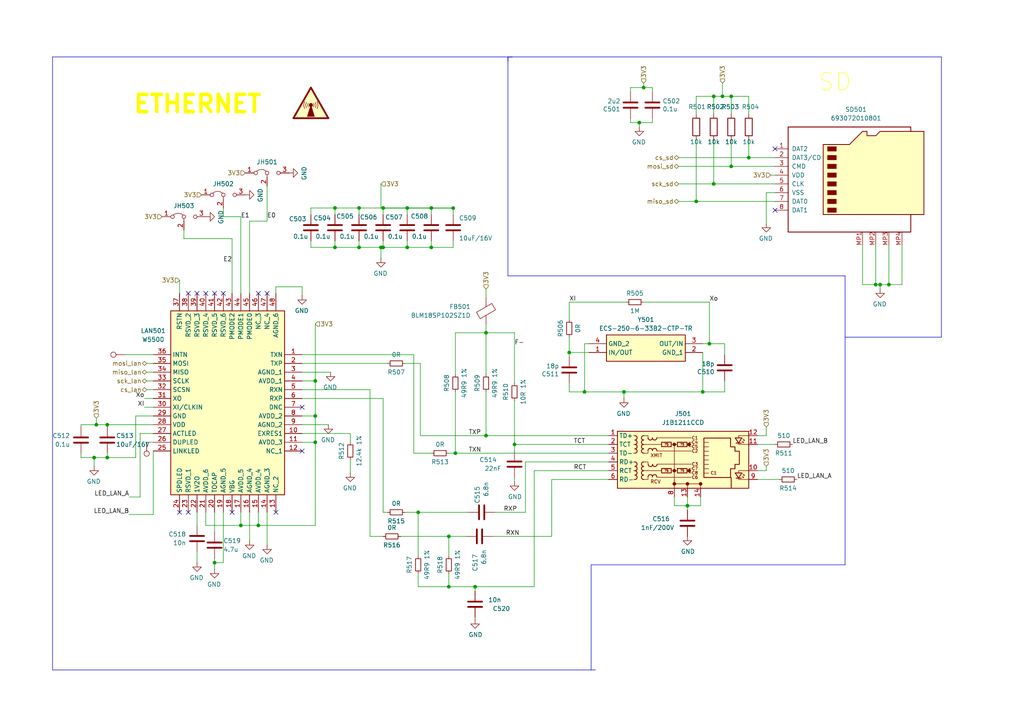
<source format=kicad_sch>
(kicad_sch (version 20231120) (generator "eeschema") (generator_version "8.0")
  (paper "A4")
  (lib_symbols
    (symbol "SymbolsBalloonv4:C" (pin_numbers hide) (pin_names (offset 0.254))
      (property "Reference" "C" (at 0.635 2.54 0))
      (property "Value" "C" (at 0.635 -2.54 0))
      (symbol "C_1_1"
        (pin passive line (at 0 3.81 270) (length 2.794) (name "~") (number "1"))
        (pin passive line (at 0 -3.81 90) (length 2.794) (name "~") (number "2"))
      )
    )
    (symbol "SymbolsBalloonv4:ECS-250-6-33B2-CTP-TR"
      (property "Reference" "Y" (at 29.21 7.62 0))
      (property "Value" "ECS-250-6-33B2-CTP-TR" (at 29.21 5.08 0))
      (symbol "ECS-250-6-33B2-CTP-TR_1_1"
        (pin passive line (at 0 -2.54 0) (length 5.08) (name "IN/OUT") (number "1"))
        (pin passive line (at 33.02 -2.54 180) (length 5.08) (name "GND_1") (number "2"))
        (pin passive line (at 33.02 0 180) (length 5.08) (name "OUT/IN") (number "3"))
        (pin passive line (at 0 0 0) (length 5.08) (name "GND_2") (number "4"))
      )
    )
    (symbol "SymbolsBalloonv4:FerriteBead" (pin_numbers hide) (pin_names (offset 0))
      (property "Reference" "FB" (at -3.81 0.635 90))
      (property "Value" "FerriteBead" (at 3.81 0 90))
      (symbol "FerriteBead_1_1"
        (pin passive line (at 0 3.81 270) (length 2.54) (name "~") (number "1"))
        (pin passive line (at 0 -3.81 90) (length 2.54) (name "~") (number "2"))
      )
    )
    (symbol "SymbolsBalloonv4:GND" (power) (pin_numbers hide) (pin_names (offset 0) hide)
      (property "Value" "GND" (at 0 -3.81 0))
      (symbol "GND_1_1"
        (pin power_in line (at 0 0 270) (length 0) (name "~") (number "1"))
      )
    )
    (symbol "SymbolsBalloonv4:Jumper_3_Bridged12" (pin_names (offset 0) hide)
      (property "Reference" "JP" (at -2.54 -2.54 0))
      (property "Value" "Jumper_3_Bridged12" (at 0 2.794 0))
      (symbol "Jumper_3_Bridged12_1_1"
        (pin passive line (at -6.35 0 0) (length 2.54) (name "A") (number "1"))
        (pin passive line (at 0 -3.81 90) (length 2.54) (name "C") (number "2"))
        (pin passive line (at 6.35 0 180) (length 2.54) (name "B") (number "3"))
      )
    )
    (symbol "SymbolsBalloonv4:Micro_SD_Card" (pin_names (offset 1.016))
      (property "Reference" "J5" (at 0.635 19.05 0))
      (property "Value" "Micro_SD_Card" (at 0.635 16.51 0))
      (symbol "Micro_SD_Card_1_1"
        (pin bidirectional line (at -22.86 7.62 0) (length 3.81) (name "DAT2") (number "1"))
        (pin bidirectional line (at -22.86 5.08 0) (length 3.81) (name "DAT3/CD") (number "2"))
        (pin input line (at -22.86 2.54 0) (length 3.81) (name "CMD") (number "3"))
        (pin power_in line (at -22.86 0 0) (length 3.81) (name "VDD") (number "4"))
        (pin input line (at -22.86 -2.54 0) (length 3.81) (name "CLK") (number "5"))
        (pin power_in line (at -22.86 -5.08 0) (length 3.81) (name "VSS") (number "6"))
        (pin bidirectional line (at -22.86 -7.62 0) (length 3.81) (name "DAT0") (number "7"))
        (pin bidirectional line (at -22.86 -10.16 0) (length 3.81) (name "DAT1") (number "8"))
        (pin passive line (at 2.54 -20.32 90) (length 3.81) (name "") (number "MP1"))
        (pin passive line (at 6.35 -20.32 90) (length 3.81) (name "") (number "MP2"))
        (pin passive line (at 10.16 -20.32 90) (length 3.81) (name "") (number "MP3"))
        (pin passive line (at 13.97 -20.32 90) (length 3.81) (name "") (number "MP4"))
      )
    )
    (symbol "SymbolsBalloonv4:R" (pin_numbers hide) (pin_names (offset 0))
      (property "Reference" "R" (at 2.032 0 90))
      (property "Value" "R" (at 0 0 90))
      (symbol "R_1_1"
        (pin passive line (at 0 3.81 270) (length 1.27) (name "~") (number "1"))
        (pin passive line (at 0 -3.81 90) (length 1.27) (name "~") (number "2"))
      )
    )
    (symbol "SymbolsBalloonv4:RJ45_Wuerth_7499010121A"
      (property "Reference" "J6" (at 1.27 13.97 0))
      (property "Value" "RJ45_Wuerth_7499010121A" (at 1.27 11.43 0))
      (symbol "RJ45_Wuerth_7499010121A_0_0"
        (text "C1" (at 4.699 6.985 0) (effects (font (size 0.889 0.889))))
        (text "C1" (at 10.16 -3.175 0) (effects (font (size 0.889 0.889))))
        (text "C2" (at 4.699 3.175 0) (effects (font (size 0.889 0.889))))
        (text "C3" (at 4.699 -0.635 0) (effects (font (size 0.889 0.889))))
        (text "C4" (at 4.699 5.715 0) (effects (font (size 0.889 0.889))))
        (text "C5" (at 4.699 4.445 0) (effects (font (size 0.889 0.889))))
        (text "C6" (at 4.699 -4.445 0) (effects (font (size 0.889 0.889))))
        (text "C7" (at 4.699 -1.905 0) (effects (font (size 0.889 0.889))))
        (text "C8" (at 4.699 -3.175 0) (effects (font (size 0.889 0.889))))
        (text "RCV" (at -8.255 -5.715 0) (effects (font (size 1.016 1.016)) (justify left)))
        (text "XMIT" (at -8.255 1.905 0) (effects (font (size 1.016 1.016)) (justify left)))
      )
      (symbol "RJ45_Wuerth_7499010121A_1_1"
        (text "75" (at -3.556 -2.54 0) (effects (font (size 0.635 0.635))))
        (text "75" (at -3.556 5.08 0) (effects (font (size 0.635 0.635))))
        (text "75" (at 1.016 -2.54 0) (effects (font (size 0.635 0.635))))
        (text "75" (at 1.016 5.08 0) (effects (font (size 0.635 0.635))))
        (pin passive line (at -20.32 7.62 0) (length 2.54) (name "TD+") (number "1"))
        (pin passive line (at 22.86 -2.54 180) (length 2.54) (name "") (number "10"))
        (pin passive line (at 22.86 5.08 180) (length 2.54) (name "") (number "11"))
        (pin passive line (at 22.86 7.62 180) (length 2.54) (name "") (number "12"))
        (pin output line (at 2.54 -10.16 90) (length 2.54) (name "") (number "13"))
        (pin output line (at 6.35 -10.16 90) (length 2.54) (name "") (number "14"))
        (pin passive line (at -20.32 5.08 0) (length 2.54) (name "TCT") (number "2"))
        (pin passive line (at -20.32 2.54 0) (length 2.54) (name "TD-") (number "3"))
        (pin passive line (at -20.32 0 0) (length 2.54) (name "RD+") (number "4"))
        (pin passive line (at -20.32 -2.54 0) (length 2.54) (name "RCT") (number "5"))
        (pin passive line (at -20.32 -5.08 0) (length 2.54) (name "RD-") (number "6"))
        (pin no_connect line (at 20.32 0 0) (length 0) hide (name "NC") (number "7"))
        (pin output line (at -1.27 -10.16 90) (length 2.54) (name "") (number "8"))
        (pin passive line (at 22.86 -5.08 180) (length 2.54) (name "") (number "9"))
      )
    )
    (symbol "SymbolsBalloonv4:R_Small" (pin_numbers hide) (pin_names (offset 0.254) hide)
      (property "Reference" "R" (at 0.762 0.508 0))
      (property "Value" "R_Small" (at 0.762 -1.016 0))
      (symbol "R_Small_1_1"
        (pin passive line (at 0 2.54 270) (length 0.762) (name "~") (number "1"))
        (pin passive line (at 0 -2.54 90) (length 0.762) (name "~") (number "2"))
      )
    )
    (symbol "SymbolsBalloonv4:SYM_Radio_Waves_Large" (in_bom no) (on_board no))
    (symbol "SymbolsBalloonv4:TestPoint" (pin_numbers hide) (pin_names (offset 0.762) hide)
      (property "Reference" "TP" (at 0 6.858 0))
      (property "Value" "TestPoint" (at 0 5.08 0))
      (symbol "TestPoint_1_1"
        (pin passive line (at 0 0 90) (length 2.54) (name "1") (number "1"))
      )
    )
    (symbol "SymbolsBalloonv4:W5500"
      (property "Reference" "IC" (at 39.37 17.78 0))
      (property "Value" "W5500" (at 39.37 15.24 0))
      (symbol "W5500_1_1"
        (pin passive line (at 0 0 0) (length 5.08) (name "TXN") (number "1"))
        (pin passive line (at 0 -22.86 0) (length 5.08) (name "EXRES1") (number "10"))
        (pin passive line (at 0 -25.4 0) (length 5.08) (name "AVDD_3") (number "11"))
        (pin passive line (at 0 -27.94 0) (length 5.08) (name "NC_1") (number "12"))
        (pin passive line (at 7.62 -45.72 90) (length 5.08) (name "NC_2") (number "13"))
        (pin passive line (at 10.16 -45.72 90) (length 5.08) (name "AGND_3") (number "14"))
        (pin passive line (at 12.7 -45.72 90) (length 5.08) (name "AVDD_4") (number "15"))
        (pin passive line (at 15.24 -45.72 90) (length 5.08) (name "AGND_4") (number "16"))
        (pin passive line (at 17.78 -45.72 90) (length 5.08) (name "AVDD_5") (number "17"))
        (pin passive line (at 20.32 -45.72 90) (length 5.08) (name "VBG") (number "18"))
        (pin passive line (at 22.86 -45.72 90) (length 5.08) (name "AGND_5") (number "19"))
        (pin passive line (at 0 -2.54 0) (length 5.08) (name "TXP") (number "2"))
        (pin passive line (at 25.4 -45.72 90) (length 5.08) (name "TOCAP") (number "20"))
        (pin passive line (at 27.94 -45.72 90) (length 5.08) (name "AVDD_6") (number "21"))
        (pin passive line (at 30.48 -45.72 90) (length 5.08) (name "1V2O") (number "22"))
        (pin passive line (at 33.02 -45.72 90) (length 5.08) (name "RSVD_1") (number "23"))
        (pin passive line (at 35.56 -45.72 90) (length 5.08) (name "SPDLED") (number "24"))
        (pin passive line (at 43.18 -27.94 180) (length 5.08) (name "LINKLED") (number "25"))
        (pin passive line (at 43.18 -25.4 180) (length 5.08) (name "DUPLED") (number "26"))
        (pin passive line (at 43.18 -22.86 180) (length 5.08) (name "ACTLED") (number "27"))
        (pin passive line (at 43.18 -20.32 180) (length 5.08) (name "VDD") (number "28"))
        (pin passive line (at 43.18 -17.78 180) (length 5.08) (name "GND") (number "29"))
        (pin passive line (at 0 -5.08 0) (length 5.08) (name "AGND_1") (number "3"))
        (pin passive line (at 43.18 -15.24 180) (length 5.08) (name "XI/CLKIN") (number "30"))
        (pin passive line (at 43.18 -12.7 180) (length 5.08) (name "XO") (number "31"))
        (pin passive line (at 43.18 -10.16 180) (length 5.08) (name "SCSN") (number "32"))
        (pin passive line (at 43.18 -7.62 180) (length 5.08) (name "SCLK") (number "33"))
        (pin passive line (at 43.18 -5.08 180) (length 5.08) (name "MISO") (number "34"))
        (pin passive line (at 43.18 -2.54 180) (length 5.08) (name "MOSI") (number "35"))
        (pin passive line (at 43.18 0 180) (length 5.08) (name "INTN") (number "36"))
        (pin passive line (at 35.56 17.78 270) (length 5.08) (name "RSTN") (number "37"))
        (pin passive line (at 33.02 17.78 270) (length 5.08) (name "RSVD_2") (number "38"))
        (pin passive line (at 30.48 17.78 270) (length 5.08) (name "RSVD_3") (number "39"))
        (pin passive line (at 0 -7.62 0) (length 5.08) (name "AVDD_1") (number "4"))
        (pin passive line (at 27.94 17.78 270) (length 5.08) (name "RSVD_4") (number "40"))
        (pin passive line (at 25.4 17.78 270) (length 5.08) (name "RSVD_5") (number "41"))
        (pin passive line (at 22.86 17.78 270) (length 5.08) (name "RSVD_6") (number "42"))
        (pin passive line (at 20.32 17.78 270) (length 5.08) (name "PMODE2") (number "43"))
        (pin passive line (at 17.78 17.78 270) (length 5.08) (name "PMODE1") (number "44"))
        (pin passive line (at 15.24 17.78 270) (length 5.08) (name "PMODE0") (number "45"))
        (pin passive line (at 12.7 17.78 270) (length 5.08) (name "NC_3") (number "46"))
        (pin passive line (at 10.16 17.78 270) (length 5.08) (name "NC_4") (number "47"))
        (pin passive line (at 7.62 17.78 270) (length 5.08) (name "AGND_6") (number "48"))
        (pin passive line (at 0 -10.16 0) (length 5.08) (name "RXN") (number "5"))
        (pin passive line (at 0 -12.7 0) (length 5.08) (name "RXP") (number "6"))
        (pin passive line (at 0 -15.24 0) (length 5.08) (name "DNC") (number "7"))
        (pin passive line (at 0 -17.78 0) (length 5.08) (name "AVDD_2") (number "8"))
        (pin passive line (at 0 -20.32 0) (length 5.08) (name "AGND_2") (number "9"))
      )
    )
  )
  (junction (at 27.94 123.19))
  (junction (at 255.27 82.55))
  (junction (at 118.11 60.325))
  (junction (at 104.14 71.755))
  (junction (at 257.81 82.55))
  (junction (at 199.39 146.685))
  (junction (at 62.23 163.195))
  (junction (at 140.97 126.365))
  (junction (at 205.74 99.695))
  (junction (at 104.14 60.325))
  (junction (at 132.08 131.445))
  (junction (at 69.85 152.4))
  (junction (at 207.01 53.34))
  (junction (at 31.115 123.19))
  (junction (at 118.11 71.755))
  (junction (at 201.93 58.42))
  (junction (at 125.095 60.325))
  (junction (at 97.155 60.325))
  (junction (at 131.445 60.3569))
  (junction (at 125.095 71.755))
  (junction (at 217.17 45.72))
  (junction (at 169.545 113.665))
  (junction (at 91.44 110.49))
  (junction (at 91.44 120.65))
  (junction (at 111.125 60.325))
  (junction (at 130.175 170.18))
  (junction (at 212.09 48.26))
  (junction (at 212.09 27.94))
  (junction (at 91.44 128.27))
  (junction (at 111.125 71.755))
  (junction (at 137.795 170.18))
  (junction (at 130.175 155.575))
  (junction (at 97.155 71.755))
  (junction (at 203.835 113.665))
  (junction (at 31.115 132.715))
  (junction (at 254 82.55))
  (junction (at 149.225 128.905))
  (junction (at 185.42 35.56))
  (junction (at 110.49 71.755))
  (junction (at 74.93 152.4))
  (junction (at 121.285 148.59))
  (junction (at 27.305 132.715))
  (junction (at 165.1 102.235))
  (junction (at 207.01 27.94))
  (junction (at 180.975 113.665))
  (junction (at 186.69 25.4))
  (junction (at 209.55 27.94))
  (junction (at 140.97 96.52))
  (no_connect (at 74.93 85.09))
  (no_connect (at 54.61 85.09))
  (no_connect (at 67.31 148.59))
  (no_connect (at 87.63 130.81))
  (no_connect (at 224.79 60.96))
  (no_connect (at 64.77 85.09))
  (no_connect (at 52.07 148.59))
  (no_connect (at 224.79 43.18))
  (no_connect (at 62.23 85.09))
  (no_connect (at 87.63 118.11))
  (no_connect (at 77.47 85.09))
  (no_connect (at 54.61 148.59))
  (no_connect (at 57.15 85.09))
  (no_connect (at 80.01 148.59))
  (no_connect (at 59.69 85.09))
  (wire (pts (xy 101.6 133.35) (xy 101.6 137.16)))
  (wire (pts (xy 64.77 62.865) (xy 64.77 60.325)))
  (wire (pts (xy 212.09 33.02) (xy 212.09 27.94)))
  (wire (pts (xy 165.1 103.505) (xy 165.1 102.235)))
  (wire (pts (xy 257.81 71.12) (xy 257.81 82.55)))
  (wire (pts (xy 69.85 152.4) (xy 74.93 152.4)))
  (wire (pts (xy 210.185 99.695) (xy 205.74 99.695)))
  (wire (pts (xy 169.545 99.695) (xy 169.545 113.665)))
  (wire (pts (xy 104.14 71.755) (xy 110.49 71.755)))
  (wire (pts (xy 72.39 64.135) (xy 77.47 64.135)))
  (wire (pts (xy 140.97 96.52) (xy 140.97 108.585)))
  (wire (pts (xy 23.495 131.445) (xy 23.495 132.715)))
  (wire (pts (xy 125.095 71.755) (xy 131.445 71.755)))
  (wire (pts (xy 107.315 113.03) (xy 107.315 155.575)))
  (wire (pts (xy 186.69 87.63) (xy 205.74 87.63)))
  (wire (pts (xy 223.52 50.8) (xy 224.79 50.8)))
  (wire (pts (xy 222.25 135.255) (xy 222.25 136.525)))
  (wire (pts (xy 31.115 123.19) (xy 27.94 123.19)))
  (wire (pts (xy 149.225 116.205) (xy 149.225 128.905)))
  (wire (pts (xy 195.58 144.145) (xy 195.58 146.685)))
  (wire (pts (xy 110.49 60.3569) (xy 131.445 60.3569)))
  (wire (pts (xy 130.175 155.575) (xy 135.255 155.575)))
  (wire (pts (xy 189.23 25.4) (xy 186.69 25.4)))
  (wire (pts (xy 165.1 111.125) (xy 165.1 113.665)))
  (polyline (pts (xy 15.24 16.51) (xy 15.24 194.31)))
  (wire (pts (xy 97.155 69.85) (xy 97.155 71.755)))
  (wire (pts (xy 67.31 69.215) (xy 67.31 85.09)))
  (wire (pts (xy 222.25 123.825) (xy 222.25 126.365)))
  (wire (pts (xy 209.55 27.94) (xy 209.55 24.13)))
  (wire (pts (xy 165.1 87.63) (xy 181.61 87.63)))
  (wire (pts (xy 72.39 148.59) (xy 72.39 156.845)))
  (wire (pts (xy 201.93 27.94) (xy 201.93 33.02)))
  (wire (pts (xy 111.125 69.85) (xy 111.125 71.755)))
  (wire (pts (xy 203.835 113.665) (xy 203.835 102.235)))
  (wire (pts (xy 217.17 40.64) (xy 217.17 45.72)))
  (wire (pts (xy 131.445 62.23) (xy 131.445 60.3569)))
  (wire (pts (xy 53.34 69.215) (xy 67.31 69.215)))
  (wire (pts (xy 59.69 148.59) (xy 59.69 152.4)))
  (wire (pts (xy 207.01 40.64) (xy 207.01 53.34)))
  (wire (pts (xy 87.63 110.49) (xy 91.44 110.49)))
  (wire (pts (xy 255.27 83.82) (xy 255.27 82.55)))
  (wire (pts (xy 57.15 163.195) (xy 57.15 160.02)))
  (wire (pts (xy 57.15 148.59) (xy 57.15 152.4)))
  (wire (pts (xy 121.285 166.37) (xy 121.285 170.18)))
  (wire (pts (xy 132.08 108.585) (xy 132.08 96.52)))
  (wire (pts (xy 201.93 58.42) (xy 196.85 58.42)))
  (wire (pts (xy 186.69 24.13) (xy 186.69 25.4)))
  (wire (pts (xy 59.69 152.4) (xy 69.85 152.4)))
  (wire (pts (xy 149.225 128.905) (xy 176.53 128.905)))
  (wire (pts (xy 199.39 147.955) (xy 199.39 146.685)))
  (wire (pts (xy 91.44 128.27) (xy 91.44 152.4)))
  (wire (pts (xy 91.44 120.65) (xy 91.44 128.27)))
  (wire (pts (xy 80.01 83.185) (xy 80.01 85.09)))
  (wire (pts (xy 140.97 113.665) (xy 140.97 126.365)))
  (wire (pts (xy 257.81 82.55) (xy 261.62 82.55)))
  (wire (pts (xy 77.47 64.135) (xy 77.47 53.975)))
  (wire (pts (xy 62.23 148.59) (xy 62.23 154.305)))
  (wire (pts (xy 217.17 45.72) (xy 224.79 45.72)))
  (wire (pts (xy 189.23 35.56) (xy 189.23 34.29)))
  (wire (pts (xy 104.14 62.23) (xy 104.14 60.325)))
  (wire (pts (xy 74.93 148.59) (xy 74.93 152.4)))
  (wire (pts (xy 121.285 161.29) (xy 121.285 148.59)))
  (wire (pts (xy 222.25 136.525) (xy 219.71 136.525)))
  (wire (pts (xy 72.39 85.09) (xy 72.39 64.135)))
  (wire (pts (xy 185.42 35.56) (xy 182.88 35.56)))
  (wire (pts (xy 87.63 105.41) (xy 112.395 105.41)))
  (wire (pts (xy 41.91 118.11) (xy 44.45 118.11)))
  (wire (pts (xy 44.45 130.81) (xy 44.45 149.225)))
  (wire (pts (xy 121.92 105.41) (xy 121.92 126.365)))
  (wire (pts (xy 130.175 155.575) (xy 130.175 161.29)))
  (wire (pts (xy 97.155 71.755) (xy 90.17 71.755)))
  (wire (pts (xy 165.1 97.79) (xy 165.1 102.235)))
  (wire (pts (xy 62.23 161.925) (xy 62.23 163.195)))
  (wire (pts (xy 196.85 53.34) (xy 207.01 53.34)))
  (wire (pts (xy 137.795 179.705) (xy 137.795 179.07)))
  (wire (pts (xy 196.85 48.26) (xy 212.09 48.26)))
  (wire (pts (xy 185.42 36.83) (xy 185.42 35.56)))
  (wire (pts (xy 110.49 71.755) (xy 111.125 71.755)))
  (wire (pts (xy 255.27 82.55) (xy 257.81 82.55)))
  (wire (pts (xy 165.1 87.63) (xy 165.1 92.71)))
  (wire (pts (xy 104.14 60.325) (xy 111.125 60.325)))
  (wire (pts (xy 180.975 113.665) (xy 169.545 113.665)))
  (wire (pts (xy 210.185 113.665) (xy 203.835 113.665)))
  (wire (pts (xy 31.115 132.715) (xy 39.37 132.715)))
  (wire (pts (xy 37.465 144.145) (xy 40.64 144.145)))
  (wire (pts (xy 121.92 126.365) (xy 140.97 126.365)))
  (wire (pts (xy 23.495 132.715) (xy 27.305 132.715)))
  (wire (pts (xy 130.175 170.18) (xy 137.795 170.18)))
  (wire (pts (xy 132.08 113.665) (xy 132.08 131.445)))
  (wire (pts (xy 212.09 40.64) (xy 212.09 48.26)))
  (polyline (pts (xy 273.05 16.51) (xy 273.05 97.79)))
  (wire (pts (xy 210.185 110.49) (xy 210.185 113.665)))
  (wire (pts (xy 118.11 60.325) (xy 125.095 60.325)))
  (wire (pts (xy 104.14 71.755) (xy 104.14 69.85)))
  (wire (pts (xy 52.07 81.28) (xy 52.07 85.09)))
  (wire (pts (xy 90.17 71.755) (xy 90.17 69.85)))
  (wire (pts (xy 250.19 82.55) (xy 254 82.55)))
  (wire (pts (xy 74.93 152.4) (xy 91.44 152.4)))
  (wire (pts (xy 182.88 25.4) (xy 182.88 26.67)))
  (wire (pts (xy 44.45 149.225) (xy 37.465 149.225)))
  (wire (pts (xy 201.93 40.64) (xy 201.93 58.42)))
  (wire (pts (xy 189.23 26.67) (xy 189.23 25.4)))
  (wire (pts (xy 152.4 133.985) (xy 152.4 148.59)))
  (wire (pts (xy 69.85 148.59) (xy 69.85 152.4)))
  (wire (pts (xy 140.97 96.52) (xy 149.225 96.52)))
  (wire (pts (xy 130.175 166.37) (xy 130.175 170.18)))
  (wire (pts (xy 125.095 60.325) (xy 125.095 62.23)))
  (wire (pts (xy 254 71.12) (xy 254 82.55)))
  (wire (pts (xy 117.475 105.41) (xy 121.92 105.41)))
  (wire (pts (xy 111.125 60.325) (xy 111.125 62.23)))
  (wire (pts (xy 87.63 115.57) (xy 111.125 115.57)))
  (wire (pts (xy 118.11 62.23) (xy 118.11 60.325)))
  (wire (pts (xy 160.02 155.575) (xy 142.875 155.575)))
  (wire (pts (xy 224.79 58.42) (xy 201.93 58.42)))
  (wire (pts (xy 91.44 93.98) (xy 91.44 110.49)))
  (wire (pts (xy 165.1 102.235) (xy 170.815 102.235)))
  (wire (pts (xy 64.77 163.195) (xy 62.23 163.195)))
  (wire (pts (xy 152.4 133.985) (xy 176.53 133.985)))
  (wire (pts (xy 23.495 123.19) (xy 27.94 123.19)))
  (wire (pts (xy 90.17 60.325) (xy 97.155 60.325)))
  (wire (pts (xy 130.175 131.445) (xy 132.08 131.445)))
  (wire (pts (xy 41.91 115.57) (xy 44.45 115.57)))
  (polyline (pts (xy 273.05 97.79) (xy 245.11 97.79)))
  (wire (pts (xy 180.975 115.57) (xy 180.975 113.665)))
  (wire (pts (xy 261.62 71.12) (xy 261.62 82.55)))
  (wire (pts (xy 210.185 102.87) (xy 210.185 99.695)))
  (wire (pts (xy 87.63 113.03) (xy 107.315 113.03)))
  (wire (pts (xy 140.97 126.365) (xy 176.53 126.365)))
  (wire (pts (xy 110.49 53.34) (xy 110.49 60.3569)))
  (wire (pts (xy 132.08 96.52) (xy 140.97 96.52)))
  (wire (pts (xy 69.85 62.865) (xy 69.85 85.09)))
  (wire (pts (xy 152.4 148.59) (xy 143.51 148.59)))
  (wire (pts (xy 137.795 171.45) (xy 137.795 170.18)))
  (wire (pts (xy 140.97 93.98) (xy 140.97 96.52)))
  (wire (pts (xy 40.64 125.73) (xy 44.45 125.73)))
  (polyline (pts (xy 171.45 163.83) (xy 245.11 163.83)))
  (wire (pts (xy 217.17 45.72) (xy 196.85 45.72)))
  (wire (pts (xy 212.09 48.26) (xy 224.79 48.26)))
  (polyline (pts (xy 147.32 80.01) (xy 147.32 16.51)))
  (wire (pts (xy 199.39 144.145) (xy 199.39 146.685)))
  (wire (pts (xy 64.77 148.59) (xy 64.77 163.195)))
  (polyline (pts (xy 147.32 16.51) (xy 147.32 17.78)))
  (wire (pts (xy 199.39 146.685) (xy 203.2 146.685)))
  (wire (pts (xy 53.34 69.215) (xy 53.34 66.675)))
  (wire (pts (xy 137.795 170.18) (xy 154.94 170.18)))
  (wire (pts (xy 154.94 136.525) (xy 176.53 136.525)))
  (wire (pts (xy 64.77 62.865) (xy 69.85 62.865)))
  (wire (pts (xy 95.885 107.95) (xy 87.63 107.95)))
  (wire (pts (xy 111.125 60.325) (xy 118.11 60.325)))
  (wire (pts (xy 205.74 99.695) (xy 203.835 99.695)))
  (polyline (pts (xy 245.11 80.01) (xy 147.32 80.01)))
  (wire (pts (xy 118.11 71.755) (xy 118.11 69.85)))
  (wire (pts (xy 254 82.55) (xy 255.27 82.55)))
  (wire (pts (xy 132.08 131.445) (xy 176.53 131.445)))
  (wire (pts (xy 149.225 139.7) (xy 149.225 138.43)))
  (wire (pts (xy 36.195 102.87) (xy 44.45 102.87)))
  (wire (pts (xy 121.285 148.59) (xy 135.89 148.59)))
  (wire (pts (xy 42.545 110.49) (xy 44.45 110.49)))
  (wire (pts (xy 217.17 27.94) (xy 212.09 27.94)))
  (wire (pts (xy 40.64 144.145) (xy 40.64 125.73)))
  (wire (pts (xy 42.545 105.41) (xy 44.45 105.41)))
  (wire (pts (xy 222.25 55.88) (xy 224.79 55.88)))
  (wire (pts (xy 111.125 148.59) (xy 112.395 148.59)))
  (wire (pts (xy 90.17 62.23) (xy 90.17 60.325)))
  (wire (pts (xy 87.63 120.65) (xy 91.44 120.65)))
  (wire (pts (xy 77.47 158.115) (xy 77.47 148.59)))
  (wire (pts (xy 27.94 121.285) (xy 27.94 123.19)))
  (wire (pts (xy 250.19 82.55) (xy 250.19 71.12)))
  (wire (pts (xy 140.97 83.82) (xy 140.97 86.36)))
  (wire (pts (xy 120.015 131.445) (xy 125.095 131.445)))
  (wire (pts (xy 205.74 87.63) (xy 205.74 99.695)))
  (wire (pts (xy 87.63 125.73) (xy 101.6 125.73)))
  (wire (pts (xy 169.545 99.695) (xy 170.815 99.695)))
  (wire (pts (xy 27.305 132.715) (xy 27.305 135.255)))
  (wire (pts (xy 62.23 163.195) (xy 62.23 165.1)))
  (wire (pts (xy 97.155 71.755) (xy 104.14 71.755)))
  (wire (pts (xy 195.58 146.685) (xy 199.39 146.685)))
  (wire (pts (xy 120.015 102.87) (xy 120.015 131.445)))
  (wire (pts (xy 23.495 123.19) (xy 23.495 123.825)))
  (wire (pts (xy 87.63 85.725) (xy 87.63 83.185)))
  (wire (pts (xy 31.115 123.19) (xy 31.115 123.825)))
  (wire (pts (xy 110.49 74.93) (xy 110.49 71.755)))
  (wire (pts (xy 149.225 96.52) (xy 149.225 111.125)))
  (wire (pts (xy 125.095 60.325) (xy 131.445 60.3569)))
  (wire (pts (xy 87.63 83.185) (xy 80.01 83.185)))
  (wire (pts (xy 219.71 139.065) (xy 226.06 139.065)))
  (wire (pts (xy 117.475 148.59) (xy 121.285 148.59)))
  (wire (pts (xy 118.11 71.755) (xy 125.095 71.755)))
  (wire (pts (xy 44.45 120.65) (xy 39.37 120.65)))
  (wire (pts (xy 186.69 25.4) (xy 182.88 25.4)))
  (wire (pts (xy 165.1 113.665) (xy 169.545 113.665)))
  (wire (pts (xy 207.01 27.94) (xy 201.93 27.94)))
  (wire (pts (xy 160.02 139.065) (xy 160.02 155.575)))
  (wire (pts (xy 125.095 69.85) (xy 125.095 71.755)))
  (wire (pts (xy 91.44 110.49) (xy 91.44 120.65)))
  (wire (pts (xy 203.2 146.685) (xy 203.2 144.145)))
  (polyline (pts (xy 171.45 194.31) (xy 171.45 163.83)))
  (wire (pts (xy 111.125 71.755) (xy 118.11 71.755)))
  (wire (pts (xy 44.45 123.19) (xy 31.115 123.19)))
  (polyline (pts (xy 15.24 194.31) (xy 172.72 194.31)))
  (wire (pts (xy 131.445 71.755) (xy 131.445 69.85)))
  (wire (pts (xy 207.01 27.94) (xy 207.01 33.02)))
  (wire (pts (xy 207.01 53.34) (xy 224.79 53.34)))
  (wire (pts (xy 97.155 60.325) (xy 97.155 62.23)))
  (wire (pts (xy 154.94 136.525) (xy 154.94 170.18)))
  (wire (pts (xy 39.37 120.65) (xy 39.37 132.715)))
  (wire (pts (xy 42.545 113.03) (xy 44.45 113.03)))
  (wire (pts (xy 31.115 131.445) (xy 31.115 132.715)))
  (polyline (pts (xy 245.11 163.83) (xy 245.11 80.01)))
  (wire (pts (xy 209.55 27.94) (xy 207.01 27.94)))
  (wire (pts (xy 131.445 60.3569) (xy 131.445 60.325)))
  (wire (pts (xy 87.63 128.27) (xy 91.44 128.27)))
  (wire (pts (xy 116.205 155.575) (xy 130.175 155.575)))
  (wire (pts (xy 87.63 123.19) (xy 95.25 123.19)))
  (wire (pts (xy 222.25 126.365) (xy 219.71 126.365)))
  (wire (pts (xy 101.6 125.73) (xy 101.6 128.27)))
  (polyline (pts (xy 147.32 16.51) (xy 273.05 16.51)))
  (wire (pts (xy 107.315 155.575) (xy 111.125 155.575)))
  (wire (pts (xy 212.09 27.94) (xy 209.55 27.94)))
  (wire (pts (xy 27.305 132.715) (xy 31.115 132.715)))
  (wire (pts (xy 224.79 128.905) (xy 219.71 128.905)))
  (wire (pts (xy 217.17 33.02) (xy 217.17 27.94)))
  (wire (pts (xy 180.975 113.665) (xy 203.835 113.665)))
  (wire (pts (xy 222.25 64.77) (xy 222.25 55.88)))
  (wire (pts (xy 97.155 60.325) (xy 104.14 60.325)))
  (wire (pts (xy 87.63 102.87) (xy 120.015 102.87)))
  (wire (pts (xy 160.02 139.065) (xy 176.53 139.065)))
  (wire (pts (xy 111.125 115.57) (xy 111.125 148.59)))
  (wire (pts (xy 42.545 128.27) (xy 44.45 128.27)))
  (wire (pts (xy 149.225 128.905) (xy 149.225 130.81)))
  (wire (pts (xy 42.545 107.95) (xy 44.45 107.95)))
  (wire (pts (xy 189.23 35.56) (xy 185.42 35.56)))
  (wire (pts (xy 121.285 170.18) (xy 130.175 170.18)))
  (polyline (pts (xy 15.24 16.51) (xy 148.59 16.51)))
  (wire (pts (xy 182.88 35.56) (xy 182.88 34.29)))
  (text "ETHERNET" (at 38.354 33.274 0) (effects (font (size 5 5) (thickness 1) (bold yes)) (justify left bottom)))
  (text "SD" (at 237.236 26.924 0) (effects (font (size 5 5)) (justify left bottom)))
  (label "Xo" (at 41.91 115.57 180))
  (label "RCT" (at 166.37 136.525 0))
  (label "LED_LAN_A" (at 37.465 144.145 180))
  (label "RXP" (at 146.05 148.59 0))
  (label "TXN" (at 135.89 131.445 0))
  (label "E1" (at 69.85 63.5 0))
  (label "RXN" (at 146.685 155.575 0))
  (label "LED_LAN_B" (at 37.465 149.225 180))
  (label "Xo" (at 205.74 87.63 0))
  (label "XI" (at 165.1 87.63 0))
  (label "E2" (at 67.31 76.2 180))
  (label "TCT" (at 166.37 128.905 0))
  (label "LED_LAN_A" (at 231.14 139.065 0))
  (label "LED_LAN_B" (at 229.87 128.905 0))
  (label "E0" (at 77.47 63.5 0))
  (label "XI" (at 41.91 118.11 180))
  (label "TXP" (at 135.89 126.365 0))
  (label "F-" (at 149.225 100.33 0))
  (hierarchical_label "3V3" (shape input) (at 222.25 123.825 90))
  (hierarchical_label "3V3" (shape input) (at 209.55 24.13 90))
  (hierarchical_label "3V3" (shape input) (at 186.69 24.13 90))
  (hierarchical_label "3V3" (shape input) (at 27.94 121.285 90))
  (hierarchical_label "miso_lan" (shape bidirectional) (at 42.545 107.95 180))
  (hierarchical_label "sck_lan" (shape bidirectional) (at 42.545 110.49 180))
  (hierarchical_label "sck_sd" (shape bidirectional) (at 196.85 53.34 180))
  (hierarchical_label "3V3" (shape input) (at 58.42 56.515 180))
  (hierarchical_label "cs_sd" (shape bidirectional) (at 196.85 45.72 180))
  (hierarchical_label "3V3" (shape input) (at 52.07 81.28 180))
  (hierarchical_label "mosi_lan" (shape bidirectional) (at 42.545 105.41 180))
  (hierarchical_label "cs_lan" (shape bidirectional) (at 42.545 113.03 180))
  (hierarchical_label "3V3" (shape input) (at 110.49 53.34 0))
  (hierarchical_label "miso_sd" (shape bidirectional) (at 196.85 58.42 180))
  (hierarchical_label "3V3" (shape input) (at 71.12 50.165 180))
  (hierarchical_label "3V3" (shape input) (at 222.25 135.255 90))
  (hierarchical_label "3V3" (shape input) (at 223.52 50.8 180))
  (hierarchical_label "3V3" (shape input) (at 140.97 83.82 90))
  (hierarchical_label "3V3" (shape input) (at 91.44 93.98 0))
  (hierarchical_label "mosi_sd" (shape bidirectional) (at 196.85 48.26 180))
  (hierarchical_label "3V3" (shape input) (at 46.99 62.865 180))
  (symbol (lib_id "SymbolsBalloonv4:GND") (at 185.42 36.83 0) (mirror y) (unit 1)
    (property "Reference" "#PWR0501" (effects (hide yes)))
    (property "Value" "GND" (at 185.293 41.2242 0))
    (property "Description" "Power symbol creates a global label with name \"GND\" , ground" (effects (hide yes)))
  )
  (symbol (lib_id "SymbolsBalloonv4:GND") (at 149.225 139.7 0) (unit 1)
    (property "Reference" "#PWR0514" (effects (hide yes)))
    (property "Value" "GND" (at 149.352 144.0942 0))
    (property "Description" "Power symbol creates a global label with name \"GND\" , ground" (effects (hide yes)))
  )
  (symbol (lib_id "SymbolsBalloonv4:ECS-250-6-33B2-CTP-TR") (at 170.815 99.695 0) (unit 1)
    (property "Reference" "Y501" (at 187.325 92.71 0))
    (property "Value" "ECS-250-6-33B2-CTP-TR" (at 187.325 95.25 0))
    (property "Footprint" "SamacSys_Parts:ECS250633B2CTPTR" (effects (hide yes)))
    (property "Datasheet" "https://ecsxtal.com/products/crystals/surface-mount-crystals/ecs-250-6-33b2-ctp-tr" (effects (hide yes)))
    (property "Description" "25 MHz +/-10ppm Crystal 6pF 40 Ohms 4-SMD, No Lead" (effects (hide yes)))
    (property "Height" "0.8" (effects (hide yes)))
    (property "Mouser Part Number" "520-250-6-33B2-CTPTR" (effects (hide yes)))
    (property "Mouser Price/Stock" "https://www.mouser.co.uk/ProductDetail/ECS/ECS-250-6-33B2-CTP-TR?qs=Jm2GQyTW%2FbgZ5JLysnRl1g%3D%3D" (effects (hide yes)))
    (property "Manufacturer_Name" "ECS" (effects (hide yes)))
    (property "Manufacturer_Part_Number" "ECS-250-6-33B2-CTP-TR" (effects (hide yes)))
  )
  (symbol (lib_id "SymbolsBalloonv4:C") (at 199.39 151.765 180) (unit 1)
    (property "Reference" "C516" (at 194.31 150.495 0) (effects (justify left)))
    (property "Value" "1nF/200V" (at 195.58 153.035 0) (effects (justify left)))
    (property "Footprint" "Capacitor_SMD:C_0805_2012Metric_Pad1.18x1.45mm_HandSolder" (effects (hide yes)))
    (property "Description" "Unpolarized capacitor" (effects (hide yes)))
  )
  (symbol (lib_id "SymbolsBalloonv4:SYM_Radio_Waves_Large") (at 90.17 29.21 0) (unit 1) (exclude_from_sim yes) (in_bom no) (on_board no)
    (property "Reference" "#SYM501" (effects (hide yes)))
    (property "Value" "SYM_Radio_Waves_Large" (effects (hide yes)))
    (property "Description" "Radio waves warning symbol, large" (effects (hide yes)))
  )
  (symbol (lib_id "SymbolsBalloonv4:R_Small") (at 132.08 111.125 180) (unit 1)
    (property "Reference" "R508" (at 129.54 111.125 90))
    (property "Value" "49R9 1%" (at 134.62 111.125 90))
    (property "Footprint" "Resistor_SMD:R_0603_1608Metric_Pad0.98x0.95mm_HandSolder" (effects (hide yes)))
    (property "Description" "Resistor, small symbol" (effects (hide yes)))
  )
  (symbol (lib_id "SymbolsBalloonv4:GND") (at 255.27 83.82 0) (mirror y) (unit 1)
    (property "Reference" "#PWR0507" (effects (hide yes)))
    (property "Value" "GND" (at 255.143 88.2142 0))
    (property "Description" "Power symbol creates a global label with name \"GND\" , ground" (effects (hide yes)))
  )
  (symbol (lib_id "SymbolsBalloonv4:GND") (at 87.63 85.725 0) (mirror y) (unit 1)
    (property "Reference" "#PWR0508" (effects (hide yes)))
    (property "Value" "GND" (at 87.503 90.1192 0))
    (property "Description" "Power symbol creates a global label with name \"GND\" , ground" (effects (hide yes)))
  )
  (symbol (lib_id "SymbolsBalloonv4:C") (at 149.225 134.62 180) (unit 1)
    (property "Reference" "C514" (at 144.145 133.35 0) (effects (justify left)))
    (property "Value" "22nF" (at 145.415 135.89 0) (effects (justify left)))
    (property "Footprint" "Capacitor_SMD:C_0805_2012Metric_Pad1.18x1.45mm_HandSolder" (effects (hide yes)))
    (property "Description" "Unpolarized capacitor" (effects (hide yes)))
  )
  (symbol (lib_id "SymbolsBalloonv4:FerriteBead") (at 140.97 90.17 0) (mirror x) (unit 1)
    (property "Reference" "FB501" (at 136.525 88.9507 0) (effects (justify right)))
    (property "Value" "BLM18SP102SZ1D" (at 136.525 91.4907 0) (effects (justify right)))
    (property "Footprint" "SamacSys_Parts:BLM18SP221SN1B" (effects (hide yes)))
    (property "Description" "Ferrite bead" (effects (hide yes)))
    (property "Height" "0.95" (effects (hide yes)))
    (property "Mouser Part Number" "81-BLM18SP102SZ1D" (effects (hide yes)))
    (property "Mouser Price/Stock" "https://www.mouser.co.uk/ProductDetail/Murata-Electronics/BLM18SP102SZ1D?qs=W%2FMpXkg%252BdQ7HBmR7E%252BlIwg%3D%3D" (effects (hide yes)))
    (property "Manufacturer_Name" "Murata Electronics" (effects (hide yes)))
    (property "Manufacturer_Part_Number" "BLM18SP102SZ1D" (effects (hide yes)))
  )
  (symbol (lib_id "SymbolsBalloonv4:GND") (at 180.975 115.57 0) (mirror y) (unit 1)
    (property "Reference" "#PWR0510" (effects (hide yes)))
    (property "Value" "GND" (at 180.848 119.9642 0))
    (property "Description" "Power symbol creates a global label with name \"GND\" , ground" (effects (hide yes)))
  )
  (symbol (lib_id "SymbolsBalloonv4:GND") (at 199.39 155.575 0) (unit 1)
    (property "Reference" "#PWR0515" (effects (hide yes)))
    (property "Value" "GND" (at 199.517 159.9692 0))
    (property "Description" "Power symbol creates a global label with name \"GND\" , ground" (effects (hide yes)))
  )
  (symbol (lib_id "SymbolsBalloonv4:C") (at 104.14 66.04 180) (unit 1)
    (property "Reference" "C505" (at 102.616 62.738 0) (effects (justify left)))
    (property "Value" "0.1u" (at 102.87 68.58 0) (effects (justify left)))
    (property "Footprint" "Capacitor_SMD:C_0402_1005Metric_Pad0.74x0.62mm_HandSolder" (effects (hide yes)))
    (property "Description" "Unpolarized capacitor" (effects (hide yes)))
  )
  (symbol (lib_id "SymbolsBalloonv4:GND") (at 27.305 135.255 0) (mirror y) (unit 1)
    (property "Reference" "#PWR0512" (effects (hide yes)))
    (property "Value" "GND" (at 27.178 139.6492 0))
    (property "Description" "Power symbol creates a global label with name \"GND\" , ground" (effects (hide yes)))
  )
  (symbol (lib_id "SymbolsBalloonv4:TestPoint") (at 42.545 128.27 180) (unit 1) (in_bom no)
    (property "Reference" "TP502" (effects (hide yes)))
    (property "Value" "TestPoint" (effects (hide yes)))
    (property "Footprint" "TestPoint:TestPoint_Pad_D1.0mm" (effects (hide yes)))
    (property "Description" "test point" (effects (hide yes)))
  )
  (symbol (lib_id "SymbolsBalloonv4:GND") (at 57.15 163.195 0) (mirror y) (unit 1)
    (property "Reference" "#PWR0518" (effects (hide yes)))
    (property "Value" "GND" (at 57.023 167.5892 0))
    (property "Description" "Power symbol creates a global label with name \"GND\" , ground" (effects (hide yes)))
  )
  (symbol (lib_id "SymbolsBalloonv4:GND") (at 137.795 179.705 0) (unit 1)
    (property "Reference" "#PWR0520" (effects (hide yes)))
    (property "Value" "GND" (at 137.922 184.0992 0))
    (property "Description" "Power symbol creates a global label with name \"GND\" , ground" (effects (hide yes)))
  )
  (symbol (lib_id "SymbolsBalloonv4:C") (at 139.065 155.575 270) (unit 1)
    (property "Reference" "C517" (at 137.795 160.655 0) (effects (justify left)))
    (property "Value" "6.8n" (at 140.335 159.385 0) (effects (justify left)))
    (property "Footprint" "Capacitor_SMD:C_0805_2012Metric_Pad1.18x1.45mm_HandSolder" (effects (hide yes)))
    (property "Description" "Unpolarized capacitor" (effects (hide yes)))
  )
  (symbol (lib_id "SymbolsBalloonv4:C") (at 31.115 127.635 180) (unit 1)
    (property "Reference" "C513" (at 33.655 126.365 0) (effects (justify right)))
    (property "Value" "10uF/16V" (at 33.655 128.905 0) (effects (justify right)))
    (property "Footprint" "Capacitor_SMD:C_0805_2012Metric_Pad1.18x1.45mm_HandSolder" (effects (hide yes)))
    (property "Description" "Unpolarized capacitor" (effects (hide yes)))
  )
  (symbol (lib_id "SymbolsBalloonv4:C") (at 137.795 175.26 0) (unit 1)
    (property "Reference" "C520" (at 142.875 176.53 0) (effects (justify left)))
    (property "Value" "10n" (at 141.605 173.99 0) (effects (justify left)))
    (property "Footprint" "Capacitor_SMD:C_0805_2012Metric_Pad1.18x1.45mm_HandSolder" (effects (hide yes)))
    (property "Description" "Unpolarized capacitor" (effects (hide yes)))
  )
  (symbol (lib_id "SymbolsBalloonv4:GND") (at 62.23 165.1 0) (mirror y) (unit 1)
    (property "Reference" "#PWR0519" (effects (hide yes)))
    (property "Value" "GND" (at 62.103 169.4942 0))
    (property "Description" "Power symbol creates a global label with name \"GND\" , ground" (effects (hide yes)))
  )
  (symbol (lib_id "SymbolsBalloonv4:R_Small") (at 227.33 128.905 270) (unit 1)
    (property "Reference" "R511" (at 227.33 131.445 90))
    (property "Value" "510" (at 227.33 126.365 90))
    (property "Footprint" "Resistor_SMD:R_0603_1608Metric_Pad0.98x0.95mm_HandSolder" (effects (hide yes)))
    (property "Description" "Resistor, small symbol" (effects (hide yes)))
  )
  (symbol (lib_id "SymbolsBalloonv4:GND") (at 71.12 56.515 90) (mirror x) (unit 1)
    (property "Reference" "#PWR0503" (effects (hide yes)))
    (property "Value" "GND" (at 75.5142 56.642 0))
    (property "Description" "Power symbol creates a global label with name \"GND\" , ground" (effects (hide yes)))
  )
  (symbol (lib_id "SymbolsBalloonv4:C") (at 139.7 148.59 270) (unit 1)
    (property "Reference" "C515" (at 138.43 140.97 0) (effects (justify left)))
    (property "Value" "6.8n" (at 140.97 139.7 0) (effects (justify left)))
    (property "Footprint" "Capacitor_SMD:C_0805_2012Metric_Pad1.18x1.45mm_HandSolder" (effects (hide yes)))
    (property "Description" "Unpolarized capacitor" (effects (hide yes)))
  )
  (symbol (lib_id "SymbolsBalloonv4:C") (at 131.445 66.04 180) (unit 1)
    (property "Reference" "C509" (at 133.096 63.246 0) (effects (justify right)))
    (property "Value" "10uF/16V" (at 133.096 69.088 0) (effects (justify right)))
    (property "Footprint" "Capacitor_SMD:C_0805_2012Metric_Pad1.18x1.45mm_HandSolder" (effects (hide yes)))
    (property "Description" "Unpolarized capacitor" (effects (hide yes)))
  )
  (symbol (lib_id "SymbolsBalloonv4:C") (at 97.155 66.04 180) (unit 1)
    (property "Reference" "C504" (at 96.012 63.246 0) (effects (justify left)))
    (property "Value" "0.1u" (at 95.885 68.58 0) (effects (justify left)))
    (property "Footprint" "Capacitor_SMD:C_0402_1005Metric_Pad0.74x0.62mm_HandSolder" (effects (hide yes)))
    (property "Description" "Unpolarized capacitor" (effects (hide yes)))
  )
  (symbol (lib_id "SymbolsBalloonv4:C") (at 189.23 30.48 0) (unit 1)
    (property "Reference" "C502" (at 192.151 29.3116 0) (effects (justify left)))
    (property "Value" "0.1u" (at 192.151 31.623 0) (effects (justify left)))
    (property "Footprint" "Capacitor_SMD:C_0402_1005Metric_Pad0.74x0.62mm_HandSolder" (effects (hide yes)))
    (property "Description" "Unpolarized capacitor" (effects (hide yes)))
  )
  (symbol (lib_id "SymbolsBalloonv4:C") (at 165.1 107.315 180) (unit 1)
    (property "Reference" "C511" (at 162.179 108.4834 0) (effects (justify left)))
    (property "Value" "18p" (at 162.179 106.172 0) (effects (justify left)))
    (property "Footprint" "Capacitor_SMD:C_0402_1005Metric_Pad0.74x0.62mm_HandSolder" (effects (hide yes)))
    (property "Description" "Unpolarized capacitor" (effects (hide yes)))
  )
  (symbol (lib_id "SymbolsBalloonv4:R_Small") (at 101.6 130.81 180) (unit 1)
    (property "Reference" "R512" (at 99.06 130.81 90))
    (property "Value" "12.4k 1%" (at 104.14 130.81 90))
    (property "Footprint" "Resistor_SMD:R_0603_1608Metric_Pad0.98x0.95mm_HandSolder" (effects (hide yes)))
    (property "Description" "Resistor, small symbol" (effects (hide yes)))
  )
  (symbol (lib_id "SymbolsBalloonv4:R_Small") (at 149.225 113.665 180) (unit 1)
    (property "Reference" "R510" (at 146.685 113.665 90))
    (property "Value" "10R 1%" (at 151.765 113.665 90))
    (property "Footprint" "Resistor_SMD:R_0603_1608Metric_Pad0.98x0.95mm_HandSolder" (effects (hide yes)))
    (property "Description" "Resistor, small symbol" (effects (hide yes)))
  )
  (symbol (lib_id "SymbolsBalloonv4:C") (at 182.88 30.48 180) (unit 1)
    (property "Reference" "C501" (at 179.959 31.6484 0) (effects (justify left)))
    (property "Value" "2u2" (at 179.959 29.337 0) (effects (justify left)))
    (property "Footprint" "Capacitor_SMD:C_0805_2012Metric_Pad1.18x1.45mm_HandSolder" (effects (hide yes)))
    (property "Description" "Unpolarized capacitor" (effects (hide yes)))
  )
  (symbol (lib_id "SymbolsBalloonv4:R_Small") (at 165.1 95.25 180) (unit 1)
    (property "Reference" "R506" (at 162.56 95.25 90))
    (property "Value" "0R" (at 167.64 95.25 90))
    (property "Footprint" "Resistor_SMD:R_0603_1608Metric_Pad0.98x0.95mm_HandSolder" (effects (hide yes)))
    (property "Description" "Resistor, small symbol" (effects (hide yes)))
  )
  (symbol (lib_id "SymbolsBalloonv4:GND") (at 77.47 158.115 0) (mirror y) (unit 1)
    (property "Reference" "#PWR0517" (effects (hide yes)))
    (property "Value" "GND" (at 77.343 162.5092 0))
    (property "Description" "Power symbol creates a global label with name \"GND\" , ground" (effects (hide yes)))
  )
  (symbol (lib_id "SymbolsBalloonv4:R_Small") (at 113.665 155.575 270) (unit 1)
    (property "Reference" "R516" (at 113.665 158.115 90))
    (property "Value" "0R" (at 113.665 153.035 90))
    (property "Footprint" "Resistor_SMD:R_0603_1608Metric_Pad0.98x0.95mm_HandSolder" (effects (hide yes)))
    (property "Description" "Resistor, small symbol" (effects (hide yes)))
  )
  (symbol (lib_id "SymbolsBalloonv4:C") (at 125.095 66.04 180) (unit 1)
    (property "Reference" "C508" (at 124.206 62.738 0) (effects (justify left)))
    (property "Value" "0.1u" (at 123.825 68.58 0) (effects (justify left)))
    (property "Footprint" "Capacitor_SMD:C_0402_1005Metric_Pad0.74x0.62mm_HandSolder" (effects (hide yes)))
    (property "Description" "Unpolarized capacitor" (effects (hide yes)))
  )
  (symbol (lib_id "SymbolsBalloonv4:Jumper_3_Bridged12") (at 77.47 50.165 0) (unit 1) (in_bom no)
    (property "Reference" "JH501" (at 77.47 46.99 0))
    (property "Value" "Jumper_3_Bridged12" (effects (hide yes)))
    (property "Footprint" "SamacSys_Parts:SolderJumper-3_P1.3mm_Open_RoundedPad1.0x1.5mm_NumberLabels" (effects (hide yes)))
    (property "Description" "Jumper, 3-pole, pins 1+2 closed/bridged" (effects (hide yes)))
  )
  (symbol (lib_id "SymbolsBalloonv4:R") (at 201.93 36.83 0) (mirror x) (unit 1)
    (property "Reference" "R501" (at 202.184 30.988 0))
    (property "Value" "10k" (at 201.93 41.148 0))
    (property "Footprint" "Resistor_SMD:R_0603_1608Metric_Pad0.98x0.95mm_HandSolder" (effects (hide yes)))
    (property "Description" "Resistor" (effects (hide yes)))
  )
  (symbol (lib_id "SymbolsBalloonv4:GND") (at 222.25 64.77 0) (mirror y) (unit 1)
    (property "Reference" "#PWR0505" (effects (hide yes)))
    (property "Value" "GND" (at 222.123 69.1642 0))
    (property "Description" "Power symbol creates a global label with name \"GND\" , ground" (effects (hide yes)))
  )
  (symbol (lib_id "SymbolsBalloonv4:R") (at 217.17 36.83 0) (mirror x) (unit 1)
    (property "Reference" "R504" (at 217.678 30.988 0))
    (property "Value" "10k" (at 217.17 41.148 0))
    (property "Footprint" "Resistor_SMD:R_0603_1608Metric_Pad0.98x0.95mm_HandSolder" (effects (hide yes)))
    (property "Description" "Resistor" (effects (hide yes)))
  )
  (symbol (lib_id "SymbolsBalloonv4:R") (at 207.01 36.83 0) (mirror x) (unit 1)
    (property "Reference" "R502" (at 207.518 30.988 0))
    (property "Value" "10k" (at 207.01 41.148 0))
    (property "Footprint" "Resistor_SMD:R_0603_1608Metric_Pad0.98x0.95mm_HandSolder" (effects (hide yes)))
    (property "Description" "Resistor" (effects (hide yes)))
  )
  (symbol (lib_id "SymbolsBalloonv4:R_Small") (at 184.15 87.63 90) (unit 1)
    (property "Reference" "R505" (at 184.15 85.09 90))
    (property "Value" "1M" (at 184.15 90.17 90))
    (property "Footprint" "Resistor_SMD:R_0603_1608Metric_Pad0.98x0.95mm_HandSolder" (effects (hide yes)))
    (property "Description" "Resistor, small symbol" (effects (hide yes)))
  )
  (symbol (lib_id "SymbolsBalloonv4:C") (at 118.11 66.04 180) (unit 1)
    (property "Reference" "C507" (at 116.84 62.992 0) (effects (justify left)))
    (property "Value" "0.1u" (at 116.84 68.58 0) (effects (justify left)))
    (property "Footprint" "Capacitor_SMD:C_0402_1005Metric_Pad0.74x0.62mm_HandSolder" (effects (hide yes)))
    (property "Description" "Unpolarized capacitor" (effects (hide yes)))
  )
  (symbol (lib_id "SymbolsBalloonv4:R_Small") (at 140.97 111.125 180) (unit 1)
    (property "Reference" "R509" (at 138.43 111.125 90))
    (property "Value" "49R9 1%" (at 143.51 111.125 90))
    (property "Footprint" "Resistor_SMD:R_0603_1608Metric_Pad0.98x0.95mm_HandSolder" (effects (hide yes)))
    (property "Description" "Resistor, small symbol" (effects (hide yes)))
  )
  (symbol (lib_id "SymbolsBalloonv4:Micro_SD_Card") (at 247.65 50.8 0) (unit 1)
    (property "Reference" "SD501" (at 248.285 31.75 0))
    (property "Value" "693072010801" (at 248.285 34.29 0))
    (property "Footprint" "SamacSys_Parts:693072010801" (effects (hide yes)))
    (property "Datasheet" "https://www.we-online.de/katalog/datasheet/693072010801.pdf" (effects (hide yes)))
    (property "Description" "Micro SD Card Socket" (effects (hide yes)))
    (property "Mouser Part Number" "710-693072010801" (effects (hide yes)))
    (property "Manufacturer_Part_Number" "693072010801" (effects (hide yes)))
  )
  (symbol (lib_id "SymbolsBalloonv4:R") (at 212.09 36.83 0) (mirror x) (unit 1)
    (property "Reference" "R503" (at 211.836 30.988 0))
    (property "Value" "10k" (at 212.09 41.148 0))
    (property "Footprint" "Resistor_SMD:R_0603_1608Metric_Pad0.98x0.95mm_HandSolder" (effects (hide yes)))
    (property "Description" "Resistor" (effects (hide yes)))
  )
  (symbol (lib_id "SymbolsBalloonv4:R_Small") (at 114.935 105.41 270) (unit 1)
    (property "Reference" "R507" (at 114.935 107.95 90))
    (property "Value" "0R" (at 114.935 102.87 90))
    (property "Footprint" "Resistor_SMD:R_0603_1608Metric_Pad0.98x0.95mm_HandSolder" (effects (hide yes)))
    (property "Description" "Resistor, small symbol" (effects (hide yes)))
  )
  (symbol (lib_id "SymbolsBalloonv4:GND") (at 83.82 50.165 90) (mirror x) (unit 1)
    (property "Reference" "#PWR0502" (effects (hide yes)))
    (property "Value" "GND" (at 88.2142 50.292 0))
    (property "Description" "Power symbol creates a global label with name \"GND\" , ground" (effects (hide yes)))
  )
  (symbol (lib_id "SymbolsBalloonv4:W5500") (at 87.63 102.87 0) (mirror y) (unit 1)
    (property "Reference" "LAN501" (at 44.45 95.9419 0))
    (property "Value" "W5500" (at 44.45 98.4819 0))
    (property "Footprint" "SamacSys_Parts:QFP50P900X900X160-48N" (effects (hide yes)))
    (property "Datasheet" "http://wizwiki.net/wiki/lib/exe/fetch.php?media=products:w5500:w5500_ds_v106e_141230.pdf" (effects (hide yes)))
    (property "Description" "Ethernet ICs 3in1 Enet Controller TCP/IP +MAC+PHY" (effects (hide yes)))
    (property "Height" "1.6" (effects (hide yes)))
    (property "Mouser Part Number" "950-W5500" (effects (hide yes)))
    (property "Mouser Price/Stock" "https://www.mouser.co.uk/ProductDetail/WIZnet/W5500?qs=2vh%252B45pPFtzthUpYPd4pqA%3D%3D" (effects (hide yes)))
    (property "Manufacturer_Name" "WIZnet Inc" (effects (hide yes)))
    (property "Manufacturer_Part_Number" "W5500" (effects (hide yes)))
  )
  (symbol (lib_id "SymbolsBalloonv4:GND") (at 59.69 62.865 90) (mirror x) (unit 1)
    (property "Reference" "#PWR0504" (effects (hide yes)))
    (property "Value" "GND" (at 64.0842 62.992 0))
    (property "Description" "Power symbol creates a global label with name \"GND\" , ground" (effects (hide yes)))
  )
  (symbol (lib_id "SymbolsBalloonv4:RJ45_Wuerth_7499010121A") (at 196.85 133.985 0) (unit 1)
    (property "Reference" "J501" (at 198.12 120.015 0))
    (property "Value" "J1B1211CCD" (at 198.12 122.555 0))
    (property "Footprint" "SamacSys_Parts:J1B1211CCD" (effects (hide yes)))
    (property "Datasheet" "http://wizwiki.net/wiki/lib/exe/fetch.php?media=products:wiz550web:wiz550webds_kr:j1b1211ccd.pdf" (effects (hide yes)))
    (property "Description" "LAN Transformer Jack, RJ45, 10/100 BaseT" (effects (hide yes)))
    (property "Mouser Part Number" "950-J1B1211CCD" (effects (hide yes)))
    (property "Manufacturer_Part_Number" "J1B1211CCD" (effects (hide yes)))
  )
  (symbol (lib_id "SymbolsBalloonv4:R_Small") (at 130.175 163.83 180) (unit 1)
    (property "Reference" "R518" (at 127.635 163.83 90))
    (property "Value" "49R9 1%" (at 132.715 163.83 90))
    (property "Footprint" "Resistor_SMD:R_0603_1608Metric_Pad0.98x0.95mm_HandSolder" (effects (hide yes)))
    (property "Description" "Resistor, small symbol" (effects (hide yes)))
  )
  (symbol (lib_id "SymbolsBalloonv4:R_Small") (at 121.285 163.83 180) (unit 1)
    (property "Reference" "R517" (at 118.745 163.83 90))
    (property "Value" "49R9 1%" (at 123.825 163.83 90))
    (property "Footprint" "Resistor_SMD:R_0603_1608Metric_Pad0.98x0.95mm_HandSolder" (effects (hide yes)))
    (property "Description" "Resistor, small symbol" (effects (hide yes)))
  )
  (symbol (lib_id "SymbolsBalloonv4:C") (at 90.17 66.04 180) (unit 1)
    (property "Reference" "C503" (at 88.9 63.5 0) (effects (justify left)))
    (property "Value" "0.1u" (at 89.408 68.58 0) (effects (justify left)))
    (property "Footprint" "Capacitor_SMD:C_0402_1005Metric_Pad0.74x0.62mm_HandSolder" (effects (hide yes)))
    (property "Description" "Unpolarized capacitor" (effects (hide yes)))
  )
  (symbol (lib_id "SymbolsBalloonv4:Jumper_3_Bridged12") (at 64.77 56.515 0) (unit 1) (in_bom no)
    (property "Reference" "JH502" (at 64.77 53.34 0))
    (property "Value" "Jumper_3_Bridged12" (effects (hide yes)))
    (property "Footprint" "SamacSys_Parts:SolderJumper-3_P1.3mm_Open_RoundedPad1.0x1.5mm_NumberLabels" (effects (hide yes)))
    (property "Description" "Jumper, 3-pole, pins 1+2 closed/bridged" (effects (hide yes)))
  )
  (symbol (lib_id "SymbolsBalloonv4:TestPoint") (at 36.195 102.87 90) (unit 1) (in_bom no)
    (property "Reference" "TP501" (effects (hide yes)))
    (property "Value" "TestPoint" (effects (hide yes)))
    (property "Footprint" "TestPoint:TestPoint_Pad_D1.0mm" (effects (hide yes)))
    (property "Description" "test point" (effects (hide yes)))
  )
  (symbol (lib_id "SymbolsBalloonv4:R_Small") (at 228.6 139.065 270) (unit 1)
    (property "Reference" "R514" (at 228.6 141.605 90))
    (property "Value" "510" (at 228.6 136.525 90))
    (property "Footprint" "Resistor_SMD:R_0603_1608Metric_Pad0.98x0.95mm_HandSolder" (effects (hide yes)))
    (property "Description" "Resistor, small symbol" (effects (hide yes)))
  )
  (symbol (lib_id "SymbolsBalloonv4:C") (at 210.185 106.68 180) (unit 1)
    (property "Reference" "C510" (at 207.264 107.8484 0) (effects (justify left)))
    (property "Value" "18p" (at 207.264 105.537 0) (effects (justify left)))
    (property "Footprint" "Capacitor_SMD:C_0402_1005Metric_Pad0.74x0.62mm_HandSolder" (effects (hide yes)))
    (property "Description" "Unpolarized capacitor" (effects (hide yes)))
  )
  (symbol (lib_id "SymbolsBalloonv4:GND") (at 101.6 137.16 0) (mirror y) (unit 1)
    (property "Reference" "#PWR0513" (effects (hide yes)))
    (property "Value" "GND" (at 101.473 141.5542 0))
    (property "Description" "Power symbol creates a global label with name \"GND\" , ground" (effects (hide yes)))
  )
  (symbol (lib_id "SymbolsBalloonv4:GND") (at 110.49 74.93 0) (mirror y) (unit 1)
    (property "Reference" "#PWR0506" (effects (hide yes)))
    (property "Value" "GND" (at 110.363 79.3242 0))
    (property "Description" "Power symbol creates a global label with name \"GND\" , ground" (effects (hide yes)))
  )
  (symbol (lib_id "SymbolsBalloonv4:Jumper_3_Bridged12") (at 53.34 62.865 0) (unit 1) (in_bom no)
    (property "Reference" "JH503" (at 53.34 59.69 0))
    (property "Value" "Jumper_3_Bridged12" (effects (hide yes)))
    (property "Footprint" "SamacSys_Parts:SolderJumper-3_P1.3mm_Open_RoundedPad1.0x1.5mm_NumberLabels" (effects (hide yes)))
    (property "Description" "Jumper, 3-pole, pins 1+2 closed/bridged" (effects (hide yes)))
  )
  (symbol (lib_id "SymbolsBalloonv4:C") (at 111.125 66.04 180) (unit 1)
    (property "Reference" "C506" (at 109.474 62.992 0) (effects (justify left)))
    (property "Value" "0.1u" (at 109.855 68.58 0) (effects (justify left)))
    (property "Footprint" "Capacitor_SMD:C_0402_1005Metric_Pad0.74x0.62mm_HandSolder" (effects (hide yes)))
    (property "Description" "Unpolarized capacitor" (effects (hide yes)))
  )
  (symbol (lib_id "SymbolsBalloonv4:C") (at 23.495 127.635 180) (unit 1)
    (property "Reference" "C512" (at 20.32 126.365 0) (effects (justify left)))
    (property "Value" "0.1u" (at 20.32 128.905 0) (effects (justify left)))
    (property "Footprint" "Capacitor_SMD:C_0402_1005Metric_Pad0.74x0.62mm_HandSolder" (effects (hide yes)))
    (property "Description" "Unpolarized capacitor" (effects (hide yes)))
  )
  (symbol (lib_id "SymbolsBalloonv4:R_Small") (at 114.935 148.59 270) (unit 1)
    (property "Reference" "R515" (at 114.935 151.13 90))
    (property "Value" "0R" (at 114.935 146.05 90))
    (property "Footprint" "Resistor_SMD:R_0603_1608Metric_Pad0.98x0.95mm_HandSolder" (effects (hide yes)))
    (property "Description" "Resistor, small symbol" (effects (hide yes)))
  )
  (symbol (lib_id "SymbolsBalloonv4:GND") (at 95.885 107.95 0) (mirror y) (unit 1)
    (property "Reference" "#PWR0509" (effects (hide yes)))
    (property "Value" "GND" (at 95.758 112.3442 0))
    (property "Description" "Power symbol creates a global label with name \"GND\" , ground" (effects (hide yes)))
  )
  (symbol (lib_id "SymbolsBalloonv4:GND") (at 72.39 156.845 0) (mirror y) (unit 1)
    (property "Reference" "#PWR0516" (effects (hide yes)))
    (property "Value" "GND" (at 72.263 161.2392 0))
    (property "Description" "Power symbol creates a global label with name \"GND\" , ground" (effects (hide yes)))
  )
  (symbol (lib_id "SymbolsBalloonv4:C") (at 62.23 158.115 180) (unit 1)
    (property "Reference" "C519" (at 64.77 156.845 0) (effects (justify right)))
    (property "Value" "4.7u" (at 64.77 159.385 0) (effects (justify right)))
    (property "Footprint" "Capacitor_SMD:C_0805_2012Metric_Pad1.18x1.45mm_HandSolder" (effects (hide yes)))
    (property "Description" "Unpolarized capacitor" (effects (hide yes)))
  )
  (symbol (lib_id "SymbolsBalloonv4:C") (at 57.15 156.21 180) (unit 1)
    (property "Reference" "C518" (at 53.975 154.94 0) (effects (justify left)))
    (property "Value" "10n" (at 53.975 157.48 0) (effects (justify left)))
    (property "Footprint" "Capacitor_SMD:C_0805_2012Metric_Pad1.18x1.45mm_HandSolder" (effects (hide yes)))
    (property "Description" "Unpolarized capacitor" (effects (hide yes)))
  )
  (symbol (lib_id "SymbolsBalloonv4:R_Small") (at 127.635 131.445 270) (unit 1)
    (property "Reference" "R513" (at 127.635 133.985 90))
    (property "Value" "0R" (at 127.635 128.905 90))
    (property "Footprint" "Resistor_SMD:R_0603_1608Metric_Pad0.98x0.95mm_HandSolder" (effects (hide yes)))
    (property "Description" "Resistor, small symbol" (effects (hide yes)))
  )
  (symbol (lib_id "SymbolsBalloonv4:GND") (at 95.25 123.19 0) (mirror y) (unit 1)
    (property "Reference" "#PWR0511" (effects (hide yes)))
    (property "Value" "GND" (at 95.123 127.5842 0))
    (property "Description" "Power symbol creates a global label with name \"GND\" , ground" (effects (hide yes)))
  )
)
</source>
